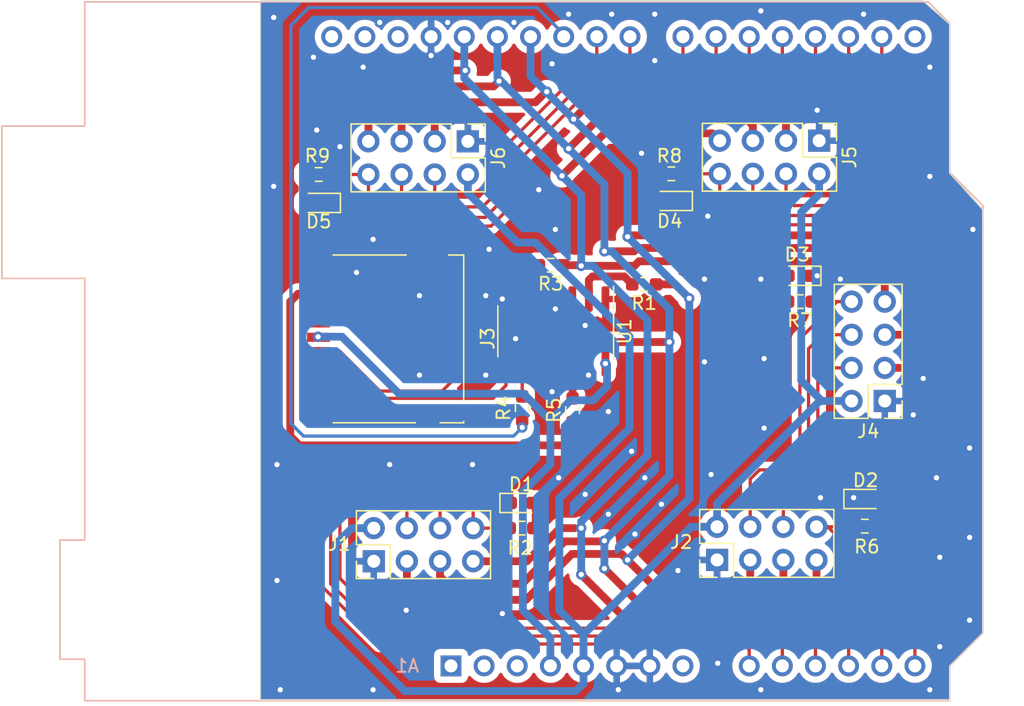
<source format=kicad_pcb>
(kicad_pcb (version 20221018) (generator pcbnew)
  (layers (0 "F.Cu" signal) (31 "B.Cu" signal) (34 "B.Paste" user) (35 "F.Paste" user) (36 "B.SilkS" user "B.Silkscreen") (37 "F.SilkS" user "F.Silkscreen") (38 "B.Mask" user) (39 "F.Mask" user) (44 "Edge.Cuts" user))
  (net 0 "")
  (net 4 "+3V3")
  (net 5 "GND")
  (net 6 "CS1")
  (net 9 "RST4")
  (net 10 "RST5")
  (net 11 "MOSI")
  (net 12 "MISO")
  (net 13 "SCK")
  (net 14 "Net-(D1-A)")
  (net 19 "CS1_1")
  (net 20 "MOSI_1")
  (net 21 "SCK_1")
  (net 22 "MISO_1")
  (net 24 "Net-(R1-Pad2)")
  (net 25 "CS2")
  (net 26 "Net-(R3-Pad2)")
  (net 27 "Net-(R4-Pad2)")
  (net 28 "Net-(R5-Pad2)")
  (net 29 "+5V")
  (net 30 "Net-(D2-A)")
  (net 31 "Net-(D3-A)")
  (net 32 "Net-(D4-A)")
  (net 33 "Net-(D5-A)")
  (net 34 "INT1")
  (net 35 "CS3")
  (net 36 "INT2")
  (net 37 "INT3")
  (net 38 "CS4")
  (net 39 "INT4")
  (net 40 "CS5")
  (net 41 "INT5")
  (net 42 "CS6")
  (net 43 "RST3")
  (net 44 "RST1")
  (net 45 "RST2")
  (footprint "Resistor_SMD:R_0603_1608Metric_Pad0.98x0.95mm_HandSolder" (layer "F.Cu") (at 149.606 56.642 90)
    (fp_text reference "R4")
    (fp_text value "3.3k")
  )
  (footprint "Resistor_SMD:R_0603_1608Metric_Pad0.98x0.95mm_HandSolder" (layer "F.Cu") (at 170.8893 48.4632 180)
    (fp_text reference "R7")
    (fp_text value "1k")
  )
  (footprint "Connector_PinHeader_2.54mm:PinHeader_2x04_P2.54mm_Vertical" (layer "F.Cu") (at 138.2268 68.3768 90)
    (fp_text reference "J1")
    (fp_text value "Conn_02x04_Counter_Clockwise")
  )
  (footprint "Connector_PinHeader_2.54mm:PinHeader_2x04_P2.54mm_Vertical" (layer "F.Cu") (at 172.3644 36.1188 -90)
    (fp_text reference "J5")
    (fp_text value "Conn_02x04_Counter_Clockwise")
  )
  (footprint "Connector_PinHeader_2.54mm:PinHeader_2x04_P2.54mm_Vertical" (layer "F.Cu") (at 164.5412 68.2752 90)
    (fp_text reference "J2")
    (fp_text value "Conn_02x04_Counter_Clockwise")
  )
  (footprint "Resistor_SMD:R_0603_1608Metric_Pad0.98x0.95mm_HandSolder" (layer "F.Cu") (at 151.7904 45.6692 180)
    (fp_text reference "R3")
    (fp_text value "3.3k")
  )
  (footprint "Resistor_SMD:R_0603_1608Metric_Pad0.98x0.95mm_HandSolder" (layer "F.Cu") (at 158.9532 47.1424 180)
    (fp_text reference "R1")
    (fp_text value "3.3k")
  )
  (footprint "LED_SMD:LED_0603_1608Metric_Pad1.05x0.95mm_HandSolder" (layer "F.Cu") (at 134.0104 40.894 180)
    (fp_text reference "D5")
    (fp_text value "LED")
  )
  (footprint "Package_SO:SOIC-14_3.9x8.7mm_P1.27mm" (layer "F.Cu") (at 152.1734 50.741 -90)
    (fp_text reference "U1")
    (fp_text value "74LVC125")
  )
  (footprint "LED_SMD:LED_0603_1608Metric_Pad1.05x0.95mm_HandSolder" (layer "F.Cu") (at 160.9852 40.7416 180)
    (fp_text reference "D4")
    (fp_text value "LED")
  )
  (footprint "Connector_PinHeader_2.54mm:PinHeader_2x04_P2.54mm_Vertical" (layer "F.Cu") (at 145.4404 36.1696 -90)
    (fp_text reference "J6")
    (fp_text value "Conn_02x04_Counter_Clockwise")
  )
  (footprint "Connector_PinHeader_2.54mm:PinHeader_2x04_P2.54mm_Vertical" (layer "F.Cu") (at 177.3936 56.0832 180)
    (fp_text reference "J4")
    (fp_text value "Conn_02x04_Counter_Clockwise")
  )
  (footprint "LED_SMD:LED_0603_1608Metric_Pad1.05x0.95mm_HandSolder" (layer "F.Cu") (at 175.9204 63.6016)
    (fp_text reference "D2")
    (fp_text value "LED")
  )
  (footprint "Connector_Card:microSD_HC_Hirose_DM3D-SF" (layer "F.Cu") (at 139.337 51.3218 -90)
    (fp_text reference "J3")
    (fp_text value "Micro_SD_Card")
  )
  (footprint "Resistor_SMD:R_0603_1608Metric_Pad0.98x0.95mm_HandSolder" (layer "F.Cu") (at 149.5552 65.8368)
    (fp_text reference "R2")
    (fp_text value "1k")
  )
  (footprint "Resistor_SMD:R_0603_1608Metric_Pad0.98x0.95mm_HandSolder" (layer "F.Cu") (at 175.8696 65.6844)
    (fp_text reference "R6")
    (fp_text value "1k")
  )
  (footprint "LED_SMD:LED_0603_1608Metric_Pad1.05x0.95mm_HandSolder" (layer "F.Cu") (at 170.8404 46.482 180)
    (fp_text reference "D3")
    (fp_text value "LED")
  )
  (footprint "LED_SMD:LED_0603_1608Metric_Pad1.05x0.95mm_HandSolder" (layer "F.Cu") (at 149.5552 63.9064)
    (fp_text reference "D1")
    (fp_text value "LED")
  )
  (footprint "Resistor_SMD:R_0603_1608Metric_Pad0.98x0.95mm_HandSolder" (layer "F.Cu") (at 134.0104 38.7096 180)
    (fp_text reference "R9")
    (fp_text value "1k")
  )
  (footprint "Resistor_SMD:R_0603_1608Metric_Pad0.98x0.95mm_HandSolder" (layer "F.Cu") (at 161.036 38.6588 180)
    (fp_text reference "R8")
    (fp_text value "1k")
  )
  (footprint "Resistor_SMD:R_0603_1608Metric_Pad0.98x0.95mm_HandSolder" (layer "F.Cu") (at 153.4668 56.7944 90)
    (fp_text reference "R5")
    (fp_text value "3.3k")
  )
  (footprint "Module:Arduino_UNO_R3" (layer "B.Cu") (at 144.145 76.4032)
    (fp_text reference "A1")
    (fp_text value "Arduino_UNO_R3")
  )
  (gr_line (start 182.372 38.608) (end 184.912 41.402) (stroke (width 0.1)) (layer "Edge.Cuts"))
  (gr_line (start 129.54 25.4) (end 180.34 25.4) (stroke (width 0.1)) (layer "Edge.Cuts"))
  (gr_line (start 184.912 41.402) (end 184.912 73.914) (stroke (width 0.1)) (layer "Edge.Cuts"))
  (gr_line (start 182.372 76.454) (end 182.372 78.994) (stroke (width 0.1)) (layer "Edge.Cuts"))
  (gr_line (start 180.34 25.4) (end 182.372 27.178) (stroke (width 0.1)) (layer "Edge.Cuts"))
  (gr_line (start 182.372 27.178) (end 182.372 38.608) (stroke (width 0.1)) (layer "Edge.Cuts"))
  (gr_line (start 129.54 78.994) (end 129.54 25.4) (stroke (width 0.1)) (layer "Edge.Cuts"))
  (gr_line (start 182.372 78.994) (end 129.54 78.994) (stroke (width 0.1)) (layer "Edge.Cuts"))
  (gr_line (start 184.912 73.914) (end 182.372 76.454) (stroke (width 0.1)) (layer "Edge.Cuts"))
  (via (at 133.9596 51.1556) (size 0.8) (drill 0.4) (layers "F.Cu" "B.Cu") (net 4))
  (via (at 155.9834 53.216) (size 0.8) (drill 0.4) (layers "F.Cu" "B.Cu") (net 4))
  (segment (start 140.1572 55.5244) (end 135.7884 51.1556) (width 0.6) (layer "B.Cu") (net 4))
  (segment (start 149.6568 72.136) (end 149.6568 63.0428) (width 0.6) (layer "B.Cu") (net 4))
  (segment (start 155.0416 56.0324) (end 156.1084 54.9656) (width 0.6) (layer "B.Cu") (net 4))
  (segment (start 156.1084 54.9656) (end 156.1084 53.341) (width 0.6) (layer "B.Cu") (net 4))
  (segment (start 153.3144 56.0324) (end 155.0416 56.0324) (width 0.6) (layer "B.Cu") (net 4))
  (segment (start 151.765 74.2442) (end 149.6568 72.136) (width 0.6) (layer "B.Cu") (net 4))
  (segment (start 151.765 60.9346) (end 151.765 57.5818) (width 0.6) (layer "B.Cu") (net 4))
  (segment (start 149.6568 63.0428) (end 151.765 60.9346) (width 0.6) (layer "B.Cu") (net 4))
  (segment (start 149.7076 55.5244) (end 140.1572 55.5244) (width 0.6) (layer "B.Cu") (net 4))
  (segment (start 151.765 57.5818) (end 149.7076 55.5244) (width 0.6) (layer "B.Cu") (net 4))
  (segment (start 151.765 57.5818) (end 153.3144 56.0324) (width 0.6) (layer "B.Cu") (net 4))
  (segment (start 135.7884 51.1556) (end 133.9596 51.1556) (width 0.6) (layer "B.Cu") (net 4))
  (segment (start 156.1084 53.341) (end 155.9834 53.216) (width 0.6) (layer "B.Cu") (net 4))
  (segment (start 151.765 76.4032) (end 151.765 74.2442) (width 0.6) (layer "B.Cu") (net 4))
  (segment (start 148.59 49.9364) (end 151.892 49.9364) (width 0.25) (layer "F.Cu") (net 5))
  (segment (start 153.101596 50.8364) (end 153.137996 50.8) (width 0.25) (layer "F.Cu") (net 5))
  (segment (start 148.3634 48.266) (end 148.3634 48.9946) (width 0.25) (layer "F.Cu") (net 5))
  (segment (start 148.3634 49.0494) (end 148.3634 49.7098) (width 0.25) (layer "F.Cu") (net 5))
  (segment (start 152.146 49.022) (end 152.1734 48.9946) (width 0.25) (layer "F.Cu") (net 5))
  (segment (start 155.9834 49.7566) (end 155.9834 48.266) (width 0.25) (layer "F.Cu") (net 5))
  (segment (start 142.5448 44.196) (end 143.212 44.8632) (width 0.25) (layer "F.Cu") (net 5))
  (segment (start 140.0556 44.196) (end 142.5448 44.196) (width 0.25) (layer "F.Cu") (net 5))
  (segment (start 152.1734 49.0494) (end 152.146 49.022) (width 0.25) (layer "F.Cu") (net 5))
  (segment (start 152.1734 48.9946) (end 152.1734 48.266) (width 0.25) (layer "F.Cu") (net 5))
  (segment (start 148.336 49.022) (end 148.3634 49.0494) (width 0.25) (layer "F.Cu") (net 5))
  (segment (start 151.892 49.9364) (end 152.1734 49.655) (width 0.25) (layer "F.Cu") (net 5))
  (segment (start 150.9034 51.687) (end 151.754 50.8364) (width 0.25) (layer "F.Cu") (net 5))
  (segment (start 148.3634 48.9946) (end 148.336 49.022) (width 0.25) (layer "F.Cu") (net 5))
  (segment (start 148.3634 49.7098) (end 148.59 49.9364) (width 0.25) (layer "F.Cu") (net 5))
  (segment (start 133.987 48.9968) (end 135.2548 48.9968) (width 0.25) (layer "F.Cu") (net 5))
  (segment (start 135.2548 48.9968) (end 140.0556 44.196) (width 0.25) (layer "F.Cu") (net 5))
  (segment (start 151.754 50.8364) (end 153.101596 50.8364) (width 0.25) (layer "F.Cu") (net 5))
  (segment (start 154.432 50.292) (end 155.448 50.292) (width 0.25) (layer "F.Cu") (net 5))
  (segment (start 152.1734 49.655) (end 152.1734 49.0494) (width 0.25) (layer "F.Cu") (net 5))
  (segment (start 150.9034 53.216) (end 150.9034 51.687) (width 0.25) (layer "F.Cu") (net 5))
  (segment (start 143.212 44.8632) (end 143.212 45.6718) (width 0.25) (layer "F.Cu") (net 5))
  (segment (start 155.448 50.292) (end 155.9834 49.7566) (width 0.25) (layer "F.Cu") (net 5))
  (segment (start 153.137996 50.8) (end 154.432 50.292) (width 0.25) (layer "F.Cu") (net 5))
  (via (at 160.274 64.008) (size 0.8) (drill 0.4) (layers "F.Cu" "B.Cu") (net 5))
  (via (at 153.162 26.416) (size 0.8) (drill 0.4) (layers "F.Cu" "B.Cu") (net 5))
  (via (at 156.21 64.77) (size 0.8) (drill 0.4) (layers "F.Cu" "B.Cu") (net 5))
  (via (at 138.176 78.232) (size 0.8) (drill 0.4) (layers "F.Cu" "B.Cu") (net 5))
  (via (at 168.148 58.166) (size 0.8) (drill 0.4) (layers "F.Cu" "B.Cu") (net 5))
  (via (at 163.576 46.736) (size 0.8) (drill 0.4) (layers "F.Cu" "B.Cu") (net 5))
  (via (at 152.4 61.976) (size 0.8) (drill 0.4) (layers "F.Cu" "B.Cu") (net 5))
  (via (at 175.768 26.416) (size 0.8) (drill 0.4) (layers "F.Cu" "B.Cu") (net 5))
  (via (at 181.61 74.93) (size 0.8) (drill 0.4) (layers "F.Cu" "B.Cu") (net 5))
  (via (at 152.146 49.022) (size 0.8) (drill 0.4) (layers "F.Cu" "B.Cu") (net 5))
  (via (at 164.592 76.2) (size 0.8) (drill 0.4) (layers "F.Cu" "B.Cu") (net 5))
  (via (at 146.812 54.102) (size 0.8) (drill 0.4) (layers "F.Cu" "B.Cu") (net 5))
  (via (at 149.098 51.308) (size 0.8) (drill 0.4) (layers "F.Cu" "B.Cu") (net 5))
  (via (at 154.686 54.102) (size 0.8) (drill 0.4) (layers "F.Cu" "B.Cu") (net 5))
  (via (at 159.766 29.972) (size 0.8) (drill 0.4) (layers "F.Cu" "B.Cu") (net 5))
  (via (at 148.971 27.051) (size 0.8) (drill 0.4) (layers "F.Cu" "B.Cu") (net 5))
  (via (at 133.858 35.306) (size 0.8) (drill 0.4) (layers "F.Cu" "B.Cu") (net 5))
  (via (at 133.604 29.718) (size 0.8) (drill 0.4) (layers "F.Cu" "B.Cu") (net 5))
  (via (at 156.972 78.232) (size 0.8) (drill 0.4) (layers "F.Cu" "B.Cu") (net 5))
  (via (at 157.988 59.944) (size 0.8) (drill 0.4) (layers "F.Cu" "B.Cu") (net 5))
  (via (at 159.004 61.976) (size 0.8) (drill 0.4) (layers "F.Cu" "B.Cu") (net 5))
  (via (at 180.848 78.232) (size 0.8) (drill 0.4) (layers "F.Cu" "B.Cu") (net 5))
  (via (at 142.621 29.591) (size 0.8) (drill 0.4) (layers "F.Cu" "B.Cu") (net 5))
  (via (at 181.356 61.976) (size 0.8) (drill 0.4) (layers "F.Cu" "B.Cu") (net 5))
  (via (at 172.212 46.482) (size 0.8) (drill 0.4) (layers "F.Cu" "B.Cu") (net 5))
  (via (at 163.576 53.086) (size 0.8) (drill 0.4) (layers "F.Cu" "B.Cu") (net 5))
  (via (at 130.556 26.67) (size 0.8) (drill 0.4) (layers "F.Cu" "B.Cu") (net 5))
  (via (at 154.432 63.246) (size 0.8) (drill 0.4) (layers "F.Cu" "B.Cu") (net 5))
  (via (at 141.732 48.006) (size 0.8) (drill 0.4) (layers "F.Cu" "B.Cu") (net 5))
  (via (at 141.732 54.102) (size 0.8) (drill 0.4) (layers "F.Cu" "B.Cu") (net 5))
  (via (at 151.892 55.372) (size 0.8) (drill 0.4) (layers "F.Cu" "B.Cu") (net 5))
  (via (at 143.891 27.051) (size 0.8) (drill 0.4) (layers "F.Cu" "B.Cu") (net 5))
  (via (at 154.432 50.292) (size 0.8) (drill 0.4) (layers "F.Cu" "B.Cu") (net 5))
  (via (at 148.082 48.26) (size 0.8) (drill 0.4) (layers "F.Cu" "B.Cu") (net 5))
  (via (at 158.242 66.294) (size 0.8) (drill 0.4) (layers "F.Cu" "B.Cu") (net 5))
  (via (at 139.446 60.96) (size 0.8) (drill 0.4) (layers "F.Cu" "B.Cu") (net 5))
  (via (at 135.636 36.576) (size 0.8) (drill 0.4) (layers "F.Cu" "B.Cu") (net 5))
  (via (at 183.896 72.898) (size 0.8) (drill 0.4) (layers "F.Cu" "B.Cu") (net 5))
  (via (at 167.894 46.736) (size 0.8) (drill 0.4) (layers "F.Cu" "B.Cu") (net 5))
  (via (at 164.084 61.722) (size 0.8) (drill 0.4) (layers "F.Cu" "B.Cu") (net 5))
  (via (at 172.212 33.782) (size 0.8) (drill 0.4) (layers "F.Cu" "B.Cu") (net 5))
  (via (at 184.15 42.926) (size 0.8) (drill 0.4) (layers "F.Cu" "B.Cu") (net 5))
  (via (at 163.83 41.91) (size 0.8) (drill 0.4) (layers "F.Cu" "B.Cu") (net 5))
  (via (at 168.148 52.832) (size 0.8) (drill 0.4) (layers "F.Cu" "B.Cu") (net 5))
  (via (at 173.99 46.736) (size 0.8) (drill 0.4) (layers "F.Cu" "B.Cu") (net 5))
  (via (at 151.892 30.226) (size 0.8) (drill 0.4) (layers "F.Cu" "B.Cu") (net 5))
  (via (at 156.21 56.896) (size 0.8) (drill 0.4) (layers "F.Cu" "B.Cu") (net 5))
  (via (at 145.796 60.96) (size 0.8) (drill 0.4) (layers "F.Cu" "B.Cu") (net 5))
  (via (at 156.464 26.416) (size 0.8) (drill 0.4) (layers "F.Cu" "B.Cu") (net 5))
  (via (at 146.812 48.006) (size 0.8) (drill 0.4) (layers "F.Cu" "B.Cu") (net 5))
  (via (at 150.876 39.878) (size 0.8) (drill 0.4) (layers "F.Cu" "B.Cu") (net 5))
  (via (at 152.146 42.926) (size 0.8) (drill 0.4) (layers "F.Cu" "B.Cu") (net 5))
  (via (at 159.766 26.416) (size 0.8) (drill 0.4) (layers "F.Cu" "B.Cu") (net 5))
  (via (at 147.066 44.45) (size 0.8) (drill 0.4) (layers "F.Cu" "B.Cu") (net 5))
  (via (at 130.81 69.85) (size 0.8) (drill 0.4) (layers "F.Cu" "B.Cu") (net 5))
  (via (at 148.082 72.39) (size 0.8) (drill 0.4) (layers "F.Cu" "B.Cu") (net 5))
  (via (at 167.894 78.232) (size 0.8) (drill 0.4) (layers "F.Cu" "B.Cu") (net 5))
  (via (at 131.064 78.232) (size 0.8) (drill 0.4) (layers "F.Cu" "B.Cu") (net 5))
  (via (at 175.006 63.5) (size 0.8) (drill 0.4) (layers "F.Cu" "B.Cu") (net 5))
  (via (at 138.684 27.051) (size 0.8) (drill 0.4) (layers "F.Cu" "B.Cu") (net 5))
  (via (at 130.81 60.96) (size 0.8) (drill 0.4) (layers "F.Cu" "B.Cu") (net 5))
  (via (at 137.414 30.48) (size 0.8) (drill 0.4) (layers "F.Cu" "B.Cu") (net 5))
  (via (at 183.896 59.69) (size 0.8) (drill 0.4) (layers "F.Cu" "B.Cu") (net 5))
  (via (at 136.906 46.228) (size 0.8) (drill 0.4) (layers "F.Cu" "B.Cu") (net 5))
  (via (at 138.176 43.688) (size 0.8) (drill 0.4) (layers "F.Cu" "B.Cu") (net 5))
  (via (at 180.34 54.356) (size 0.8) (drill 0.4) (layers "F.Cu" "B.Cu") (net 5))
  (via (at 180.848 38.862) (size 0.8) (drill 0.4) (layers "F.Cu" "B.Cu") (net 5))
  (via (at 140.716 72.136) (size 0.8) (drill 0.4) (layers "F.Cu" "B.Cu") (net 5))
  (via (at 183.896 66.548) (size 0.8) (drill 0.4) (layers "F.Cu" "B.Cu") (net 5))
  (via (at 180.848 30.48) (size 0.8) (drill 0.4) (layers "F.Cu" "B.Cu") (net 5))
  (via (at 172.466 63.5) (size 0.8) (drill 0.4) (layers "F.Cu" "B.Cu") (net 5))
  (via (at 179.578 57.15) (size 0.8) (drill 0.4) (layers "F.Cu" "B.Cu") (net 5))
  (via (at 130.556 39.624) (size 0.8) (drill 0.4) (layers "F.Cu" "B.Cu") (net 5))
  (via (at 161.544 69.088) (size 0.8) (drill 0.4) (layers "F.Cu" "B.Cu") (net 5))
  (via (at 167.894 26.162) (size 0.8) (drill 0.4) (layers "F.Cu" "B.Cu") (net 5))
  (via (at 158.75 37.084) (size 0.8) (drill 0.4) (layers "F.Cu" "B.Cu") (net 5))
  (via (at 181.61 68.072) (size 0.8) (drill 0.4) (layers "F.Cu" "B.Cu") (net 5))
  (via (at 149.606 58.1152) (size 0.8) (drill 0.4) (layers "F.Cu" "B.Cu") (net 6))
  (segment (start 131.8768 27.2796) (end 131.8768 57.8104) (width 0.25) (layer "B.Cu") (net 6))
  (segment (start 133.2484 25.908) (end 131.8768 27.2796) (width 0.25) (layer "B.Cu") (net 6))
  (segment (start 150.749 25.908) (end 133.2484 25.908) (width 0.25) (layer "B.Cu") (net 6))
  (segment (start 152.785 28.1432) (end 152.785 27.944) (width 0.25) (layer "B.Cu") (net 6))
  (segment (start 148.9456 58.7756) (end 149.606 58.1152) (width 0.25) (layer "B.Cu") (net 6))
  (segment (start 152.785 27.944) (end 150.749 25.908) (width 0.25) (layer "B.Cu") (net 6))
  (segment (start 131.8768 57.8104) (end 132.842 58.7756) (width 0.25) (layer "B.Cu") (net 6))
  (segment (start 132.842 58.7756) (end 148.9456 58.7756) (width 0.25) (layer "B.Cu") (net 6))
  (segment (start 175.6664 40.7924) (end 174.5996 41.8592) (width 0.25) (layer "F.Cu") (net 9))
  (segment (start 167.005 31.4706) (end 167.4368 31.9024) (width 0.25) (layer "F.Cu") (net 9))
  (segment (start 174.244 31.9024) (end 175.6664 33.3248) (width 0.25) (layer "F.Cu") (net 9))
  (segment (start 167.4368 31.9024) (end 174.244 31.9024) (width 0.25) (layer "F.Cu") (net 9))
  (segment (start 169.0116 41.8592) (end 167.2844 40.132) (width 0.25) (layer "F.Cu") (net 9))
  (segment (start 167.2844 40.132) (end 167.2844 38.6588) (width 0.25) (layer "F.Cu") (net 9))
  (segment (start 174.5996 41.8592) (end 169.0116 41.8592) (width 0.25) (layer "F.Cu") (net 9))
  (segment (start 175.6664 33.3248) (end 175.6664 40.7924) (width 0.25) (layer "F.Cu") (net 9))
  (segment (start 167.005 28.1432) (end 167.005 31.4706) (width 0.25) (layer "F.Cu") (net 9))
  (segment (start 157.865 28.1432) (end 157.865 29.587) (width 0.25) (layer "F.Cu") (net 10))
  (segment (start 142.0804 42.0044) (end 140.3604 40.2844) (width 0.25) (layer "F.Cu") (net 10))
  (segment (start 157.0664 30.3856) (end 155.5424 30.3856) (width 0.25) (layer "F.Cu") (net 10))
  (segment (start 148.7932 39.9796) (end 146.7684 42.0044) (width 0.25) (layer "F.Cu") (net 10))
  (segment (start 148.7932 37.1348) (end 148.7932 39.9796) (width 0.25) (layer "F.Cu") (net 10))
  (segment (start 155.5424 30.3856) (end 148.7932 37.1348) (width 0.25) (layer "F.Cu") (net 10))
  (segment (start 140.3604 40.2844) (end 140.3604 38.7096) (width 0.25) (layer "F.Cu") (net 10))
  (segment (start 146.7684 42.0044) (end 142.0804 42.0044) (width 0.25) (layer "F.Cu") (net 10))
  (segment (start 157.865 29.587) (end 157.0664 30.3856) (width 0.25) (layer "F.Cu") (net 10))
  (segment (start 144.2212 33.1724) (end 150.622 33.1724) (width 0.6) (layer "F.Cu") (net 11))
  (segment (start 180.4924 45.5676) (end 178.308 43.3832) (width 0.6) (layer "F.Cu") (net 11))
  (segment (start 153.416 67.818) (end 157.226 67.818) (width 0.6) (layer "F.Cu") (net 11))
  (segment (start 157.7848 43.3832) (end 157.6832 43.4848) (width 0.6) (layer "F.Cu") (net 11))
  (segment (start 157.226 67.818) (end 157.6832 68.2752) (width 0.6) (layer "F.Cu") (net 11))
  (segment (start 168.5544 33.4772) (end 154.5336 33.4772) (width 0.6) (layer "F.Cu") (net 11))
  (segment (start 142.9004 36.1696) (end 142.9004 34.4932) (width 0.6) (layer "F.Cu") (net 11))
  (segment (start 140.7668 68.3768) (end 140.7668 69.7992) (width 0.6) (layer "F.Cu") (net 11))
  (segment (start 169.8244 34.7472) (end 168.5544 33.4772) (width 0.6) (layer "F.Cu") (net 11))
  (segment (start 142.3036 71.336) (end 149.898 71.336) (width 0.6) (layer "F.Cu") (net 11))
  (segment (start 166.2176 70.8152) (end 160.2232 70.8152) (width 0.6) (layer "F.Cu") (net 11))
  (segment (start 142.9004 34.4932) (end 144.2212 33.1724) (width 0.6) (layer "F.Cu") (net 11))
  (segment (start 161.3408 47.1424) (end 162.4076 48.2092) (width 0.6) (layer "F.Cu") (net 11))
  (segment (start 167.0812 69.9516) (end 166.2176 70.8152) (width 0.6) (layer "F.Cu") (net 11))
  (segment (start 159.8657 47.1424) (end 161.3408 47.1424) (width 0.6) (layer "F.Cu") (net 11))
  (segment (start 178.9684 53.5432) (end 180.4924 52.0192) (width 0.6) (layer "F.Cu") (net 11))
  (segment (start 140.7668 69.7992) (end 142.3036 71.336) (width 0.6) (layer "F.Cu") (net 11))
  (segment (start 167.0812 68.2752) (end 167.0812 69.9516) (width 0.6) (layer "F.Cu") (net 11))
  (segment (start 149.898 71.336) (end 153.416 67.818) (width 0.6) (layer "F.Cu") (net 11))
  (segment (start 160.2232 70.8152) (end 157.6832 68.2752) (width 0.6) (layer "F.Cu") (net 11))
  (segment (start 180.4924 52.0192) (end 180.4924 45.5676) (width 0.6) (layer "F.Cu") (net 11))
  (segment (start 169.8244 36.1188) (end 169.8244 34.7472) (width 0.6) (layer "F.Cu") (net 11))
  (segment (start 177.3936 53.5432) (end 178.9684 53.5432) (width 0.6) (layer "F.Cu") (net 11))
  (segment (start 154.5336 33.4772) (end 153.543 34.4678) (width 0.6) (layer "F.Cu") (net 11))
  (segment (start 178.308 43.3832) (end 157.7848 43.3832) (width 0.6) (layer "F.Cu") (net 11))
  (segment (start 150.622 33.1724) (end 151.4348 32.3596) (width 0.6) (layer "F.Cu") (net 11))
  (via (at 153.543 34.4678) (size 0.8) (drill 0.4) (layers "F.Cu" "B.Cu") (net 11))
  (via (at 162.4076 48.2092) (size 0.8) (drill 0.4) (layers "F.Cu" "B.Cu") (net 11))
  (via (at 157.6832 68.2752) (size 0.8) (drill 0.4) (layers "F.Cu" "B.Cu") (net 11))
  (via (at 157.6832 43.4848) (size 0.8) (drill 0.4) (layers "F.Cu" "B.Cu") (net 11))
  (via (at 151.4856 32.3596) (size 0.8) (drill 0.4) (layers "F.Cu" "B.Cu") (net 11))
  (segment (start 157.6832 38.608) (end 157.6832 43.4848) (width 0.6) (layer "B.Cu") (net 11))
  (segment (start 153.543 34.4678) (end 157.6832 38.608) (width 0.6) (layer "B.Cu") (net 11))
  (segment (start 157.6832 43.4848) (end 162.4076 48.2092) (width 0.6) (layer "B.Cu") (net 11))
  (segment (start 162.4076 63.5508) (end 157.6832 68.2752) (width 0.6) (layer "B.Cu") (net 11))
  (segment (start 150.245 31.1698) (end 153.543 34.4678) (width 0.6) (layer "B.Cu") (net 11))
  (segment (start 150.245 28.1432) (end 150.245 31.1698) (width 0.6) (layer "B.Cu") (net 11))
  (segment (start 162.4076 48.2092) (end 162.4076 63.5508) (width 0.6) (layer "B.Cu") (net 11))
  (segment (start 152.1734 52.2966) (end 152.908 51.562) (width 0.6) (layer "F.Cu") (net 12))
  (segment (start 149.606 70.104) (end 152.8572 66.8528) (width 0.6) (layer "F.Cu") (net 12))
  (segment (start 166.7764 34.4424) (end 155.448 34.4424) (width 0.6) (layer "F.Cu") (net 12))
  (segment (start 152.8572 66.8528) (end 155.8544 66.8528) (width 0.6) (layer "F.Cu") (net 12))
  (segment (start 140.3604 36.1696) (end 140.3604 33.782) (width 0.6) (layer "F.Cu") (net 12))
  (segment (start 155.448 34.4424) (end 153.162 36.7284) (width 0.6) (layer "F.Cu") (net 12))
  (segment (start 143.3068 69.5452) (end 143.8656 70.104) (width 0.6) (layer "F.Cu") (net 12))
  (segment (start 158.4452 44.3484) (end 158.1912 44.6024) (width 0.6) (layer "F.Cu") (net 12))
  (segment (start 179.5272 46.5328) (end 177.3428 44.3484) (width 0.6) (layer "F.Cu") (net 12))
  (segment (start 179.5272 50.5968) (end 179.5272 46.5328) (width 0.6) (layer "F.Cu") (net 12))
  (segment (start 155.8544 66.8528) (end 155.9052 66.802) (width 0.6) (layer "F.Cu") (net 12))
  (segment (start 167.2844 36.1188) (end 167.2844 34.9504) (width 0.6) (layer "F.Cu") (net 12))
  (segment (start 167.2844 34.9504) (end 166.7764 34.4424) (width 0.6) (layer "F.Cu") (net 12))
  (segment (start 179.1208 51.0032) (end 179.5272 50.5968) (width 0.6) (layer "F.Cu") (net 12))
  (segment (start 140.3604 33.782) (end 142.1892 31.9532) (width 0.6) (layer "F.Cu") (net 12))
  (segment (start 168.0972 71.8312) (end 158.8008 71.8312) (width 0.6) (layer "F.Cu") (net 12))
  (segment (start 142.1892 31.9532) (end 147.4216 31.9532) (width 0.6) (layer "F.Cu") (net 12))
  (segment (start 147.4216 31.9532) (end 147.828 31.5468) (width 0.6) (layer "F.Cu") (net 12))
  (segment (start 169.6212 68.2752) (end 169.6212 70.3072) (width 0.6) (layer "F.Cu") (net 12))
  (segment (start 169.6212 70.3072) (end 168.0972 71.8312) (width 0.6) (layer "F.Cu") (net 12))
  (segment (start 177.3428 44.3484) (end 158.4452 44.3484) (width 0.6) (layer "F.Cu") (net 12))
  (segment (start 152.1734 53.216) (end 152.1734 52.2966) (width 0.6) (layer "F.Cu") (net 12))
  (segment (start 158.1912 44.6024) (end 155.9052 44.6024) (width 0.6) (layer "F.Cu") (net 12))
  (segment (start 177.3936 51.0032) (end 179.1208 51.0032) (width 0.6) (layer "F.Cu") (net 12))
  (segment (start 143.3068 68.3768) (end 143.3068 69.5452) (width 0.6) (layer "F.Cu") (net 12))
  (segment (start 152.908 51.562) (end 160.8836 51.562) (width 0.6) (layer "F.Cu") (net 12))
  (segment (start 143.8656 70.104) (end 149.606 70.104) (width 0.6) (layer "F.Cu") (net 12))
  (segment (start 158.8008 71.8312) (end 155.9052 68.9356) (width 0.6) (layer "F.Cu") (net 12))
  (via (at 153.162 36.7284) (size 0.8) (drill 0.4) (layers "F.Cu" "B.Cu") (net 12))
  (via (at 160.8836 51.562) (size 0.8) (drill 0.4) (layers "F.Cu" "B.Cu") (net 12))
  (via (at 147.828 31.5468) (size 0.8) (drill 0.4) (layers "F.Cu" "B.Cu") (net 12))
  (via (at 155.9052 68.9356) (size 0.8) (drill 0.4) (layers "F.Cu" "B.Cu") (net 12))
  (via (at 155.9052 44.6024) (size 0.8) (drill 0.4) (layers "F.Cu" "B.Cu") (net 12))
  (via (at 155.9052 66.802) (size 0.8) (drill 0.4) (layers "F.Cu" "B.Cu") (net 12))
  (segment (start 160.8836 49.022) (end 160.8836 51.562) (width 0.6) (layer "B.Cu") (net 12))
  (segment (start 160.8836 61.8236) (end 155.9052 66.802) (width 0.6) (layer "B.Cu") (net 12))
  (segment (start 155.9052 66.802) (end 155.9052 68.9356) (width 0.6) (layer "B.Cu") (net 12))
  (segment (start 155.9052 44.6024) (end 156.464 44.6024) (width 0.6) (layer "B.Cu") (net 12))
  (segment (start 160.8836 51.562) (end 160.8836 61.8236) (width 0.6) (layer "B.Cu") (net 12))
  (segment (start 156.464 44.6024) (end 160.8836 49.022) (width 0.6) (layer "B.Cu") (net 12))
  (segment (start 147.705 31.2714) (end 153.162 36.7284) (width 0.6) (layer "B.Cu") (net 12))
  (segment (start 155.9052 39.4716) (end 155.9052 44.6024) (width 0.6) (layer "B.Cu") (net 12))
  (segment (start 153.162 36.7284) (end 155.9052 39.4716) (width 0.6) (layer "B.Cu") (net 12))
  (segment (start 147.705 28.1432) (end 147.705 31.2714) (width 0.6) (layer "B.Cu") (net 12))
  (segment (start 172.1612 70.7644) (end 170.18 72.7456) (width 0.6) (layer "F.Cu") (net 13))
  (segment (start 176.2252 45.3644) (end 158.560571 45.3644) (width 0.6) (layer "F.Cu") (net 13))
  (segment (start 137.8204 33.262905) (end 140.349305 30.734) (width 0.6) (layer "F.Cu") (net 13))
  (segment (start 154.0764 45.6692) (end 154.1272 45.72) (width 0.6) (layer "F.Cu") (net 13))
  (segment (start 137.8204 36.1696) (end 137.8204 33.262905) (width 0.6) (layer "F.Cu") (net 13))
  (segment (start 157.48 72.7456) (end 154.1272 69.3928) (width 0.6) (layer "F.Cu") (net 13))
  (segment (start 177.3936 48.4632) (end 177.3936 46.5328) (width 0.6) (layer "F.Cu") (net 13))
  (segment (start 152.5016 65.8368) (end 153.6192 65.8368) (width 0.6) (layer "F.Cu") (net 13))
  (segment (start 172.1612 68.2752) (end 172.1612 70.7644) (width 0.6) (layer "F.Cu") (net 13))
  (segment (start 158.204971 45.72) (end 154.1272 45.72) (width 0.6) (layer "F.Cu") (net 13))
  (segment (start 149.9616 68.3768) (end 152.5016 65.8368) (width 0.6) (layer "F.Cu") (net 13))
  (segment (start 158.560571 45.3644) (end 158.204971 45.72) (width 0.6) (layer "F.Cu") (net 13))
  (segment (start 164.1856 35.56) (end 155.9052 35.56) (width 0.6) (layer "F.Cu") (net 13))
  (segment (start 164.7444 36.1188) (end 164.1856 35.56) (width 0.6) (layer "F.Cu") (net 13))
  (segment (start 177.3936 46.5328) (end 176.2252 45.3644) (width 0.6) (layer "F.Cu") (net 13))
  (segment (start 152.7029 45.6692) (end 154.0764 45.6692) (width 0.6) (layer "F.Cu") (net 13))
  (segment (start 155.9052 35.56) (end 152.654 38.8112) (width 0.6) (layer "F.Cu") (net 13))
  (segment (start 170.18 72.7456) (end 157.48 72.7456) (width 0.6) (layer "F.Cu") (net 13))
  (segment (start 140.349305 30.734) (end 145.2372 30.734) (width 0.6) (layer "F.Cu") (net 13))
  (segment (start 145.8468 68.3768) (end 149.9616 68.3768) (width 0.6) (layer "F.Cu") (net 13))
  (via (at 145.2372 30.734) (size 0.8) (drill 0.4) (layers "F.Cu" "B.Cu") (net 13))
  (via (at 152.654 38.8112) (size 0.8) (drill 0.4) (layers "F.Cu" "B.Cu") (net 13))
  (via (at 154.1272 45.72) (size 0.8) (drill 0.4) (layers "F.Cu" "B.Cu") (net 13))
  (via (at 154.1272 65.8368) (size 0.8) (drill 0.4) (layers "F.Cu" "B.Cu") (net 13))
  (via (at 154.1272 69.3928) (size 0.8) (drill 0.4) (layers "F.Cu" "B.Cu") (net 13))
  (segment (start 154.1272 40.2844) (end 154.1272 45.72) (width 0.6) (layer "B.Cu") (net 13))
  (segment (start 155.0416 45.72) (end 159.2072 49.8856) (width 0.6) (layer "B.Cu") (net 13))
  (segment (start 154.1272 65.3288) (end 154.1272 69.3928) (width 0.6) (layer "B.Cu") (net 13))
  (segment (start 159.2072 60.2488) (end 154.1272 65.3288) (width 0.6) (layer "B.Cu") (net 13))
  (segment (start 145.165 31.3222) (end 152.654 38.8112) (width 0.6) (layer "B.Cu") (net 13))
  (segment (start 152.654 38.8112) (end 154.1272 40.2844) (width 0.6) (layer "B.Cu") (net 13))
  (segment (start 145.165 30.734) (end 145.165 31.3222) (width 0.6) (layer "B.Cu") (net 13))
  (segment (start 159.2072 49.8856) (end 159.2072 60.2488) (width 0.6) (layer "B.Cu") (net 13))
  (segment (start 154.1272 45.72) (end 155.0416 45.72) (width 0.6) (layer "B.Cu") (net 13))
  (segment (start 145.165 28.1432) (end 145.165 30.734) (width 0.6) (layer "B.Cu") (net 13))
  (segment (start 150.4677 63.9439) (end 150.4302 63.9064) (width 0.25) (layer "F.Cu") (net 14))
  (segment (start 150.4677 65.8368) (end 150.4677 63.9439) (width 0.25) (layer "F.Cu") (net 14))
  (segment (start 133.987 53.3968) (end 135.8452 53.3968) (width 0.25) (layer "F.Cu") (net 19))
  (segment (start 138.3284 55.88) (end 147.3708 55.88) (width 0.25) (layer "F.Cu") (net 19))
  (segment (start 135.8452 53.3968) (end 138.3284 55.88) (width 0.25) (layer "F.Cu") (net 19))
  (segment (start 147.3708 55.88) (end 148.3634 54.8874) (width 0.25) (layer "F.Cu") (net 19))
  (segment (start 148.3634 54.8874) (end 148.3634 53.8988) (width 0.25) (layer "F.Cu") (net 19))
  (segment (start 153.4434 49.8582) (end 152.9152 50.3864) (width 0.25) (layer "F.Cu") (net 20))
  (segment (start 138.684 55.3212) (end 135.6596 52.2968) (width 0.25) (layer "F.Cu") (net 20))
  (segment (start 143.468804 55.3212) (end 138.684 55.3212) (width 0.25) (layer "F.Cu") (net 20))
  (segment (start 148.403604 50.3864) (end 143.468804 55.3212) (width 0.25) (layer "F.Cu") (net 20))
  (segment (start 135.6596 52.2968) (end 133.987 52.2968) (width 0.25) (layer "F.Cu") (net 20))
  (segment (start 152.9152 50.3864) (end 148.403604 50.3864) (width 0.25) (layer "F.Cu") (net 20))
  (segment (start 153.4434 48.266) (end 153.4434 49.8582) (width 0.25) (layer "F.Cu") (net 20))
  (segment (start 149.4302 46.7868) (end 149.6334 46.99) (width 0.25) (layer "F.Cu") (net 21))
  (segment (start 133.987 50.0968) (end 134.985222 50.0968) (width 0.25) (layer "F.Cu") (net 21))
  (segment (start 134.985222 50.0968) (end 138.955622 46.1264) (width 0.25) (layer "F.Cu") (net 21))
  (segment (start 142.24 46.7868) (end 149.4302 46.7868) (width 0.25) (layer "F.Cu") (net 21))
  (segment (start 141.5796 46.1264) (end 142.24 46.7868) (width 0.25) (layer "F.Cu") (net 21))
  (segment (start 149.6334 46.99) (end 149.6334 48.266) (width 0.25) (layer "F.Cu") (net 21))
  (segment (start 138.955622 46.1264) (end 141.5796 46.1264) (width 0.25) (layer "F.Cu") (net 21))
  (segment (start 153.4668 57.7069) (end 153.4668 58.9788) (width 0.6) (layer "F.Cu") (net 22))
  (segment (start 132.4788 47.8968) (end 133.987 47.8968) (width 0.6) (layer "F.Cu") (net 22))
  (segment (start 132.5372 59.4868) (end 131.826 58.7756) (width 0.6) (layer "F.Cu") (net 22))
  (segment (start 131.826 58.7756) (end 131.826 48.4632) (width 0.6) (layer "F.Cu") (net 22))
  (segment (start 153.4668 58.9788) (end 152.9588 59.4868) (width 0.6) (layer "F.Cu") (net 22))
  (segment (start 152.9588 59.4868) (end 132.5372 59.4868) (width 0.6) (layer "F.Cu") (net 22))
  (segment (start 132.4356 47.8536) (end 132.4788 47.8968) (width 0.6) (layer "F.Cu") (net 22))
  (segment (start 131.826 48.4632) (end 132.4356 47.8536) (width 0.6) (layer "F.Cu") (net 22))
  (segment (start 154.7134 46.8102) (end 154.7134 48.266) (width 0.6) (layer "F.Cu") (net 24))
  (segment (start 158.0407 47.1424) (end 157.4311 46.5328) (width 0.6) (layer "F.Cu") (net 24))
  (segment (start 154.9908 46.5328) (end 154.7134 46.8102) (width 0.6) (layer "F.Cu") (net 24))
  (segment (start 157.4311 46.5328) (end 154.9908 46.5328) (width 0.6) (layer "F.Cu") (net 24))
  (segment (start 135.4836 62.0268) (end 144.1196 62.0268) (width 0.25) (layer "F.Cu") (net 25))
  (segment (start 144.1196 62.0268) (end 145.8468 63.754) (width 0.25) (layer "F.Cu") (net 25))
  (segment (start 145.8468 65.8368) (end 148.6427 65.8368) (width 0.25) (layer "F.Cu") (net 25))
  (segment (start 166.5732 74.7268) (end 138.684 74.7268) (width 0.25) (layer "F.Cu") (net 25))
  (segment (start 134.1628 63.3476) (end 135.4836 62.0268) (width 0.25) (layer "F.Cu") (net 25))
  (segment (start 138.684 74.7268) (end 134.1628 70.2056) (width 0.25) (layer "F.Cu") (net 25))
  (segment (start 167.005 75.1586) (end 166.5732 74.7268) (width 0.25) (layer "F.Cu") (net 25))
  (segment (start 167.005 76.4032) (end 167.005 75.1586) (width 0.25) (layer "F.Cu") (net 25))
  (segment (start 145.8468 63.754) (end 145.8468 65.8368) (width 0.25) (layer "F.Cu") (net 25))
  (segment (start 134.1628 70.2056) (end 134.1628 63.3476) (width 0.25) (layer "F.Cu") (net 25))
  (segment (start 150.9034 45.6947) (end 150.8779 45.6692) (width 0.25) (layer "F.Cu") (net 26))
  (segment (start 150.9034 48.266) (end 150.9034 45.6947) (width 0.6) (layer "F.Cu") (net 26))
  (segment (start 149.606 55.7295) (end 149.606 53.2434) (width 0.25) (layer "F.Cu") (net 27))
  (segment (start 149.606 53.2434) (end 149.6334 53.216) (width 0.25) (layer "F.Cu") (net 27))
  (segment (start 153.4668 53.2394) (end 153.4434 53.216) (width 0.25) (layer "F.Cu") (net 28))
  (segment (start 153.4668 55.8819) (end 153.4668 53.2394) (width 0.6) (layer "F.Cu") (net 28))
  (segment (start 164.5412 65.7352) (end 164.5412 63.9572) (width 0.6) (layer "B.Cu") (net 29))
  (segment (start 154.305 76.4032) (end 154.305 77.7494) (width 0.6) (layer "B.Cu") (net 29))
  (segment (start 172.5676 56.0832) (end 170.9928 54.5084) (width 0.6) (layer "B.Cu") (net 29))
  (segment (start 153.7208 78.3336) (end 140.6144 78.3336) (width 0.6) (layer "B.Cu") (net 29))
  (segment (start 140.6144 78.3336) (end 135.2804 72.9996) (width 0.6) (layer "B.Cu") (net 29))
  (segment (start 149.2504 43.942) (end 145.4404 40.132) (width 0.6) (layer "B.Cu") (net 29))
  (segment (start 136.5504 65.8368) (end 138.2268 65.8368) (width 0.6) (layer "B.Cu") (net 29))
  (segment (start 157.8356 51.1556) (end 150.622 43.942) (width 0.6) (layer "B.Cu") (net 29))
  (segment (start 164.5412 63.9572) (end 172.4152 56.0832) (width 0.6) (layer "B.Cu") (net 29))
  (segment (start 172.3644 40.2336) (end 172.3644 38.6588) (width 0.6) (layer "B.Cu") (net 29))
  (segment (start 170.9928 41.6052) (end 172.3644 40.2336) (width 0.6) (layer "B.Cu") (net 29))
  (segment (start 154.305 76.4032) (end 154.305 73.9902) (width 0.6) (layer "B.Cu") (net 29))
  (segment (start 170.9928 54.5084) (end 170.9928 41.6052) (width 0.6) (layer "B.Cu") (net 29))
  (segment (start 154.305 73.9902) (end 152.4508 72.136) (width 0.6) (layer "B.Cu") (net 29))
  (segment (start 135.2804 67.1068) (end 136.5504 65.8368) (width 0.6) (layer "B.Cu") (net 29))
  (segment (start 154.305 77.7494) (end 153.7208 78.3336) (width 0.6) (layer "B.Cu") (net 29))
  (segment (start 152.4508 72.136) (end 152.4508 63.5508) (width 0.6) (layer "B.Cu") (net 29))
  (segment (start 162.56 65.7352) (end 164.5412 65.7352) (width 0.6) (layer "B.Cu") (net 29))
  (segment (start 145.4404 40.132) (end 145.4404 38.7096) (width 0.6) (layer "B.Cu") (net 29))
  (segment (start 150.622 43.942) (end 149.2504 43.942) (width 0.6) (layer "B.Cu") (net 29))
  (segment (start 172.5676 56.0832) (end 174.8536 56.0832) (width 0.6) (layer "B.Cu") (net 29))
  (segment (start 172.4152 56.0832) (end 172.5676 56.0832) (width 0.6) (layer "B.Cu") (net 29))
  (segment (start 152.4508 63.5508) (end 157.8356 58.166) (width 0.6) (layer "B.Cu") (net 29))
  (segment (start 157.8356 58.166) (end 157.8356 51.1556) (width 0.6) (layer "B.Cu") (net 29))
  (segment (start 154.305 73.9902) (end 162.56 65.7352) (width 0.6) (layer "B.Cu") (net 29))
  (segment (start 135.2804 72.9996) (end 135.2804 67.1068) (width 0.6) (layer "B.Cu") (net 29))
  (segment (start 176.7821 63.6149) (end 176.7954 63.6016) (width 0.25) (layer "F.Cu") (net 30))
  (segment (start 176.7821 65.6844) (end 176.7821 63.6149) (width 0.25) (layer "F.Cu") (net 30))
  (segment (start 169.9768 46.4934) (end 169.9654 46.482) (width 0.25) (layer "F.Cu") (net 31))
  (segment (start 169.9768 48.4632) (end 169.9768 46.4934) (width 0.25) (layer "F.Cu") (net 31))
  (segment (start 160.1235 40.7283) (end 160.1102 40.7416) (width 0.25) (layer "F.Cu") (net 32))
  (segment (start 160.1235 38.6588) (end 160.1235 40.7283) (width 0.25) (layer "F.Cu") (net 32))
  (segment (start 133.0979 40.8565) (end 133.1354 40.894) (width 0.25) (layer "F.Cu") (net 33))
  (segment (start 133.0979 38.7096) (end 133.0979 40.8565) (width 0.25) (layer "F.Cu") (net 33))
  (segment (start 139.446 73.5076) (end 135.636 69.6976) (width 0.25) (layer "F.Cu") (net 34))
  (segment (start 172.085 74.9046) (end 170.688 73.5076) (width 0.25) (layer "F.Cu") (net 34))
  (segment (start 135.636 63.6016) (end 136.0424 63.1952) (width 0.25) (layer "F.Cu") (net 34))
  (segment (start 172.085 76.4032) (end 172.085 74.9046) (width 0.25) (layer "F.Cu") (net 34))
  (segment (start 135.636 69.6976) (end 135.636 63.6016) (width 0.25) (layer "F.Cu") (net 34))
  (segment (start 140.208 63.1952) (end 140.7668 63.754) (width 0.25) (layer "F.Cu") (net 34))
  (segment (start 140.7668 63.754) (end 140.7668 65.8368) (width 0.25) (layer "F.Cu") (net 34))
  (segment (start 136.0424 63.1952) (end 140.208 63.1952) (width 0.25) (layer "F.Cu") (net 34))
  (segment (start 170.688 73.5076) (end 139.446 73.5076) (width 0.25) (layer "F.Cu") (net 34))
  (segment (start 174.625 67.3354) (end 173.0248 65.7352) (width 0.25) (layer "F.Cu") (net 35))
  (segment (start 174.9063 65.7352) (end 174.9571 65.6844) (width 0.25) (layer "F.Cu") (net 35))
  (segment (start 173.0248 65.7352) (end 174.9063 65.7352) (width 0.25) (layer "F.Cu") (net 35))
  (segment (start 174.625 76.4032) (end 174.625 67.3354) (width 0.25) (layer "F.Cu") (net 35))
  (segment (start 172.1612 65.7352) (end 173.0248 65.7352) (width 0.25) (layer "F.Cu") (net 35))
  (segment (start 167.7924 61.3664) (end 167.0812 62.0776) (width 0.25) (layer "F.Cu") (net 36))
  (segment (start 167.0812 62.0776) (end 167.0812 65.7352) (width 0.25) (layer "F.Cu") (net 36))
  (segment (start 179.705 62.7634) (end 178.308 61.3664) (width 0.25) (layer "F.Cu") (net 36))
  (segment (start 178.308 61.3664) (end 167.7924 61.3664) (width 0.25) (layer "F.Cu") (net 36))
  (segment (start 179.705 76.4032) (end 179.705 62.7634) (width 0.25) (layer "F.Cu") (net 36))
  (segment (start 181.3632 57.1936) (end 179.7812 58.7756) (width 0.25) (layer "F.Cu") (net 37))
  (segment (start 177.1904 32.4104) (end 177.1904 40.5384) (width 0.25) (layer "F.Cu") (net 37))
  (segment (start 181.3632 44.7112) (end 181.3632 57.1936) (width 0.25) (layer "F.Cu") (net 37))
  (segment (start 172.9232 58.7756) (end 172.8724 58.8264) (width 0.25) (layer "F.Cu") (net 37))
  (segment (start 173.0248 53.5432) (end 174.8536 53.5432) (width 0.25) (layer "F.Cu") (net 37))
  (segment (start 172.085 29.9466) (end 172.72 30.5816) (width 0.25) (layer "F.Cu") (net 37))
  (segment (start 172.8724 58.8264) (end 172.2628 58.2168) (width 0.25) (layer "F.Cu") (net 37))
  (segment (start 172.2628 58.2168) (end 172.2628 54.3052) (width 0.25) (layer "F.Cu") (net 37))
  (segment (start 179.7812 58.7756) (end 172.9232 58.7756) (width 0.25) (layer "F.Cu") (net 37))
  (segment (start 177.1904 40.5384) (end 181.3632 44.7112) (width 0.25) (layer "F.Cu") (net 37))
  (segment (start 172.72 30.5816) (end 175.3616 30.5816) (width 0.25) (layer "F.Cu") (net 37))
  (segment (start 172.085 28.1432) (end 172.085 29.9466) (width 0.25) (layer "F.Cu") (net 37))
  (segment (start 172.2628 54.3052) (end 173.0248 53.5432) (width 0.25) (layer "F.Cu") (net 37))
  (segment (start 175.3616 30.5816) (end 177.1904 32.4104) (width 0.25) (layer "F.Cu") (net 37))
  (segment (start 178.7652 39.4208) (end 183.3372 43.9928) (width 0.25) (layer "F.Cu") (net 38))
  (segment (start 177.165 28.1432) (end 177.165 29.9466) (width 0.25) (layer "F.Cu") (net 38))
  (segment (start 170.8912 51.308) (end 173.736 48.4632) (width 0.25) (layer "F.Cu") (net 38))
  (segment (start 171.8018 48.4632) (end 174.8536 48.4632) (width 0.25) (layer "F.Cu") (net 38))
  (segment (start 170.8912 59.2328) (end 170.8912 51.308) (width 0.25) (layer "F.Cu") (net 38))
  (segment (start 183.3372 43.9928) (end 183.3372 57.658) (width 0.25) (layer "F.Cu") (net 38))
  (segment (start 178.7652 31.5468) (end 178.7652 39.4208) (width 0.25) (layer "F.Cu") (net 38))
  (segment (start 171.9072 60.2488) (end 170.8912 59.2328) (width 0.25) (layer "F.Cu") (net 38))
  (segment (start 177.165 29.9466) (end 178.7652 31.5468) (width 0.25) (layer "F.Cu") (net 38))
  (segment (start 180.7464 60.2488) (end 171.9072 60.2488) (width 0.25) (layer "F.Cu") (net 38))
  (segment (start 183.3372 57.658) (end 180.7464 60.2488) (width 0.25) (layer "F.Cu") (net 38))
  (segment (start 174.9044 40.2844) (end 174.0916 41.0972) (width 0.25) (layer "F.Cu") (net 39))
  (segment (start 164.465 28.1432) (end 164.465 31.4706) (width 0.25) (layer "F.Cu") (net 39))
  (segment (start 174.9044 33.9852) (end 174.9044 40.2844) (width 0.25) (layer "F.Cu") (net 39))
  (segment (start 169.8752 40.5384) (end 169.8244 40.5384) (width 0.25) (layer "F.Cu") (net 39))
  (segment (start 170.434 41.0972) (end 169.8752 40.5384) (width 0.25) (layer "F.Cu") (net 39))
  (segment (start 164.465 31.4706) (end 165.608 32.6136) (width 0.25) (layer "F.Cu") (net 39))
  (segment (start 173.5328 32.6136) (end 174.9044 33.9852) (width 0.25) (layer "F.Cu") (net 39))
  (segment (start 174.0916 41.0972) (end 170.434 41.0972) (width 0.25) (layer "F.Cu") (net 39))
  (segment (start 169.8244 40.5384) (end 169.8244 38.6588) (width 0.25) (layer "F.Cu") (net 39))
  (segment (start 165.608 32.6136) (end 173.5328 32.6136) (width 0.25) (layer "F.Cu") (net 39))
  (segment (start 175.0568 42.5704) (end 166.5732 42.5704) (width 0.25) (layer "F.Cu") (net 40))
  (segment (start 169.545 30.861) (end 169.9768 31.2928) (width 0.25) (layer "F.Cu") (net 40))
  (segment (start 161.9485 38.6588) (end 164.7444 38.6588) (width 0.25) (layer "F.Cu") (net 40))
  (segment (start 166.5732 42.5704) (end 164.7444 40.7416) (width 0.25) (layer "F.Cu") (net 40))
  (segment (start 169.545 28.1432) (end 169.545 30.861) (width 0.25) (layer "F.Cu") (net 40))
  (segment (start 176.4284 32.8676) (end 176.4284 41.1988) (width 0.25) (layer "F.Cu") (net 40))
  (segment (start 176.4284 41.1988) (end 175.0568 42.5704) (width 0.25) (layer "F.Cu") (net 40))
  (segment (start 174.8536 31.2928) (end 176.4284 32.8676) (width 0.25) (layer "F.Cu") (net 40))
  (segment (start 164.7444 40.7416) (end 164.7444 38.6588) (width 0.25) (layer "F.Cu") (net 40))
  (segment (start 169.9768 31.2928) (end 174.8536 31.2928) (width 0.25) (layer "F.Cu") (net 40))
  (segment (start 142.9004 40.386) (end 142.9004 38.7096) (width 0.25) (layer "F.Cu") (net 41))
  (segment (start 155.325 29.545505) (end 148.082 36.788505) (width 0.25) (layer "F.Cu") (net 41))
  (segment (start 143.7132 41.1988) (end 142.9004 40.386) (width 0.25) (layer "F.Cu") (net 41))
  (segment (start 148.082 36.788505) (end 148.082 39.6748) (width 0.25) (layer "F.Cu") (net 41))
  (segment (start 155.325 28.1432) (end 155.325 29.545505) (width 0.25) (layer "F.Cu") (net 41))
  (segment (start 148.082 39.6748) (end 146.558 41.1988) (width 0.25) (layer "F.Cu") (net 41))
  (segment (start 146.558 41.1988) (end 143.7132 41.1988) (width 0.25) (layer "F.Cu") (net 41))
  (segment (start 155.540295 31.4452) (end 149.606 37.379495) (width 0.25) (layer "F.Cu") (net 42))
  (segment (start 137.8712 41.0972) (end 137.8204 41.0464) (width 0.25) (layer "F.Cu") (net 42))
  (segment (start 161.925 28.1432) (end 161.925 30.2006) (width 0.25) (layer "F.Cu") (net 42))
  (segment (start 149.606 37.379495) (end 149.606 40.2844) (width 0.25) (layer "F.Cu") (net 42))
  (segment (start 161.925 30.2006) (end 160.6804 31.4452) (width 0.25) (layer "F.Cu") (net 42))
  (segment (start 137.8204 41.0464) (end 137.8204 38.7096) (width 0.25) (layer "F.Cu") (net 42))
  (segment (start 137.8204 38.7096) (end 134.9229 38.7096) (width 0.25) (layer "F.Cu") (net 42))
  (segment (start 160.6804 31.4452) (end 155.540295 31.4452) (width 0.25) (layer "F.Cu") (net 42))
  (segment (start 147.2184 42.672) (end 139.5476 42.672) (width 0.25) (layer "F.Cu") (net 42))
  (segment (start 137.9728 41.0972) (end 137.8712 41.0972) (width 0.25) (layer "F.Cu") (net 42))
  (segment (start 139.5476 42.672) (end 137.9728 41.0972) (width 0.25) (layer "F.Cu") (net 42))
  (segment (start 149.606 40.2844) (end 147.2184 42.672) (width 0.25) (layer "F.Cu") (net 42))
  (segment (start 177.9524 31.9532) (end 177.9524 40.0304) (width 0.25) (layer "F.Cu") (net 43))
  (segment (start 175.8696 29.8704) (end 177.9524 31.9532) (width 0.25) (layer "F.Cu") (net 43))
  (segment (start 172.6184 51.0032) (end 174.8536 51.0032) (width 0.25) (layer "F.Cu") (net 43))
  (segment (start 172.3644 59.4868) (end 171.5516 58.674) (width 0.25) (layer "F.Cu") (net 43))
  (segment (start 171.5516 52.07) (end 172.6184 51.0032) (width 0.25) (layer "F.Cu") (net 43))
  (segment (start 182.3212 44.3992) (end 182.3212 57.404) (width 0.25) (layer "F.Cu") (net 43))
  (segment (start 180.2384 59.4868) (end 172.3644 59.4868) (width 0.25) (layer "F.Cu") (net 43))
  (segment (start 174.625 29.3878) (end 175.1076 29.8704) (width 0.25) (layer "F.Cu") (net 43))
  (segment (start 175.1076 29.8704) (end 175.8696 29.8704) (width 0.25) (layer "F.Cu") (net 43))
  (segment (start 171.5516 58.674) (end 171.5516 52.07) (width 0.25) (layer "F.Cu") (net 43))
  (segment (start 182.3212 57.404) (end 180.2384 59.4868) (width 0.25) (layer "F.Cu") (net 43))
  (segment (start 177.9524 40.0304) (end 182.3212 44.3992) (width 0.25) (layer "F.Cu") (net 43))
  (segment (start 174.625 28.1432) (end 174.625 29.3878) (width 0.25) (layer "F.Cu") (net 43))
  (segment (start 169.2148 74.1172) (end 138.938 74.1172) (width 0.25) (layer "F.Cu") (net 44))
  (segment (start 138.938 74.1172) (end 134.9248 70.104) (width 0.25) (layer "F.Cu") (net 44))
  (segment (start 169.545 74.4474) (end 169.2148 74.1172) (width 0.25) (layer "F.Cu") (net 44))
  (segment (start 134.9248 70.104) (end 134.9248 63.4492) (width 0.25) (layer "F.Cu") (net 44))
  (segment (start 134.9248 63.4492) (end 135.8392 62.5348) (width 0.25) (layer "F.Cu") (net 44))
  (segment (start 142.1892 62.5348) (end 143.3068 63.6524) (width 0.25) (layer "F.Cu") (net 44))
  (segment (start 169.545 76.4032) (end 169.545 74.4474) (width 0.25) (layer "F.Cu") (net 44))
  (segment (start 135.8392 62.5348) (end 142.1892 62.5348) (width 0.25) (layer "F.Cu") (net 44))
  (segment (start 143.3068 63.6524) (end 143.3068 65.8368) (width 0.25) (layer "F.Cu") (net 44))
  (segment (start 169.6212 63.4492) (end 169.6212 65.7352) (width 0.25) (layer "F.Cu") (net 45))
  (segment (start 178.0032 62.0776) (end 170.9928 62.0776) (width 0.25) (layer "F.Cu") (net 45))
  (segment (start 170.9928 62.0776) (end 169.6212 63.4492) (width 0.25) (layer "F.Cu") (net 45))
  (segment (start 178.562 67.2592) (end 178.562 62.6364) (width 0.25) (layer "F.Cu") (net 45))
  (segment (start 177.165 68.6562) (end 178.562 67.2592) (width 0.25) (layer "F.Cu") (net 45))
  (segment (start 177.165 76.4032) (end 177.165 68.6562) (width 0.25) (layer "F.Cu") (net 45))
  (segment (start 178.562 62.6364) (end 178.0032 62.0776) (width 0.25) (layer "F.Cu") (net 45))
  (zone (net 5) (net_name "GND") (layers "F&B.Cu") (connect_pads (clearance 0.5)) (min_thickness 0.25) (fill yes (thermal_gap 0.5) (thermal_bridge_width 0.5))
    (polygon (pts (xy 129.54 25.4) (xy 185.42 25.4) (xy 185.42 79.502) (xy 129.54 78.994)))
  )
)
</source>
